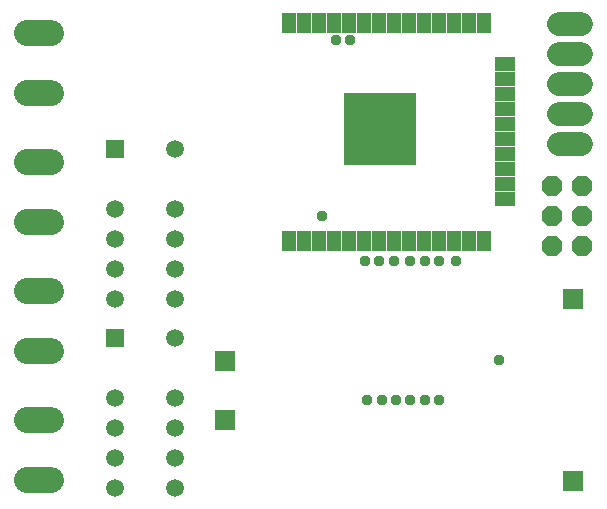
<source format=gbr>
G04 EAGLE Gerber RS-274X export*
G75*
%MOMM*%
%FSLAX34Y34*%
%LPD*%
%INSoldermask Top*%
%IPPOS*%
%AMOC8*
5,1,8,0,0,1.08239X$1,22.5*%
G01*
%ADD10R,1.727200X1.727200*%
%ADD11C,2.184400*%
%ADD12C,2.003200*%
%ADD13R,1.203200X1.703200*%
%ADD14R,1.703200X1.203200*%
%ADD15R,6.203200X6.203200*%
%ADD16P,1.869504X8X292.500000*%
%ADD17R,1.511200X1.511200*%
%ADD18C,1.511200*%
%ADD19C,0.959600*%


D10*
X353380Y98660D03*
X353380Y48660D03*
X647380Y150660D03*
X647380Y-3340D03*
D11*
X205486Y375666D02*
X185674Y375666D01*
X185674Y325628D02*
X205486Y325628D01*
X205486Y266446D02*
X185674Y266446D01*
X185674Y216408D02*
X205486Y216408D01*
X205486Y157226D02*
X185674Y157226D01*
X185674Y107188D02*
X205486Y107188D01*
X205486Y48006D02*
X185674Y48006D01*
X185674Y-2032D02*
X205486Y-2032D01*
D12*
X636160Y383540D02*
X654160Y383540D01*
X654160Y358140D02*
X636160Y358140D01*
X636160Y332740D02*
X654160Y332740D01*
X654160Y307340D02*
X636160Y307340D01*
X636160Y281940D02*
X654160Y281940D01*
D13*
X445620Y199600D03*
X458320Y199600D03*
X471020Y199600D03*
X483720Y199600D03*
X496420Y199600D03*
X509120Y199600D03*
X521820Y199600D03*
X534520Y199600D03*
D14*
X590020Y349400D03*
D13*
X572620Y384600D03*
X559920Y384600D03*
X547220Y384600D03*
X534520Y384600D03*
X521820Y384600D03*
X509120Y384600D03*
X496420Y384600D03*
D14*
X590020Y260500D03*
D13*
X547220Y199600D03*
X559920Y199600D03*
X572620Y199600D03*
D14*
X590020Y235100D03*
X590020Y247800D03*
D13*
X432920Y199600D03*
X420220Y199600D03*
X407520Y199600D03*
D14*
X590020Y273200D03*
X590020Y285900D03*
X590020Y298600D03*
X590020Y336700D03*
X590020Y324000D03*
X590020Y311300D03*
D13*
X483720Y384600D03*
X471020Y384600D03*
X458320Y384600D03*
X445620Y384600D03*
X432920Y384600D03*
X420220Y384600D03*
X407520Y384600D03*
D15*
X484520Y295100D03*
D16*
X629920Y246380D03*
X655320Y246380D03*
X629920Y220980D03*
X655320Y220980D03*
X629920Y195580D03*
X655320Y195580D03*
D17*
X260080Y277860D03*
D18*
X310880Y277860D03*
X260080Y201660D03*
X260080Y150860D03*
X310880Y227060D03*
X310880Y176260D03*
X310880Y201660D03*
X260080Y227060D03*
X260080Y176260D03*
X310880Y150860D03*
D17*
X260080Y117840D03*
D18*
X310880Y117840D03*
X260080Y41640D03*
X260080Y-9160D03*
X310880Y67040D03*
X310880Y16240D03*
X310880Y41640D03*
X260080Y67040D03*
X260080Y16240D03*
X310880Y-9160D03*
D19*
X548640Y182880D03*
X585216Y99568D03*
X434848Y221488D03*
X447040Y369824D03*
X459232Y369824D03*
X534416Y65024D03*
X510032Y65024D03*
X471424Y182880D03*
X483616Y182880D03*
X495808Y182880D03*
X510032Y182880D03*
X522224Y182880D03*
X534416Y182880D03*
X522224Y65024D03*
X473456Y65024D03*
X485648Y65024D03*
X497840Y65024D03*
M02*

</source>
